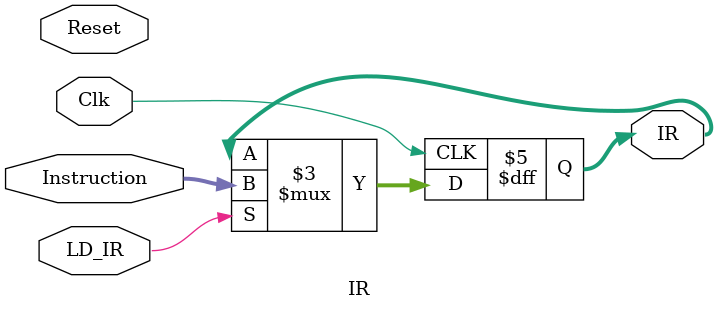
<source format=sv>
module IR(
				input logic 	[15:0] Instruction,
				input logic 	LD_IR, Clk, Reset,
				output logic	[15:0] IR);
				
	always_ff @ (posedge Clk) begin
		if (Reset) begin
			IR <= 16'b0000000000000000;
		end
		if (LD_IR) begin
			IR <= Instruction;
		end
		else begin
			IR <= IR;
		end
		
	end

endmodule
	


</source>
